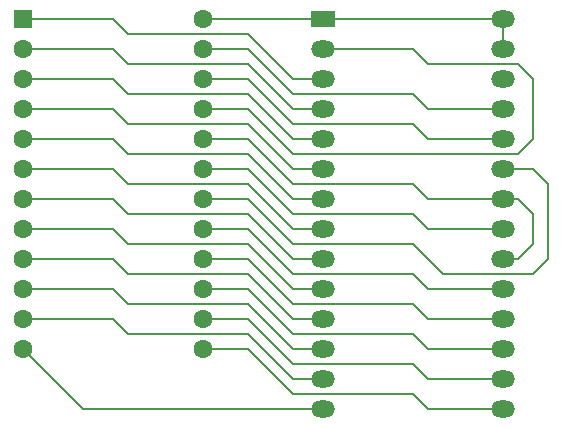
<source format=gbl>
%TF.GenerationSoftware,KiCad,Pcbnew,9.0.2+1*%
%TF.CreationDate,2025-07-21T21:44:21+09:00*%
%TF.ProjectId,romext-2364,726f6d65-7874-42d3-9233-36342e6b6963,1-2*%
%TF.SameCoordinates,Original*%
%TF.FileFunction,Copper,L2,Bot*%
%TF.FilePolarity,Positive*%
%FSLAX46Y46*%
G04 Gerber Fmt 4.6, Leading zero omitted, Abs format (unit mm)*
G04 Created by KiCad (PCBNEW 9.0.2+1) date 2025-07-21 21:44:21*
%MOMM*%
%LPD*%
G01*
G04 APERTURE LIST*
G04 Aperture macros list*
%AMRoundRect*
0 Rectangle with rounded corners*
0 $1 Rounding radius*
0 $2 $3 $4 $5 $6 $7 $8 $9 X,Y pos of 4 corners*
0 Add a 4 corners polygon primitive as box body*
4,1,4,$2,$3,$4,$5,$6,$7,$8,$9,$2,$3,0*
0 Add four circle primitives for the rounded corners*
1,1,$1+$1,$2,$3*
1,1,$1+$1,$4,$5*
1,1,$1+$1,$6,$7*
1,1,$1+$1,$8,$9*
0 Add four rect primitives between the rounded corners*
20,1,$1+$1,$2,$3,$4,$5,0*
20,1,$1+$1,$4,$5,$6,$7,0*
20,1,$1+$1,$6,$7,$8,$9,0*
20,1,$1+$1,$8,$9,$2,$3,0*%
G04 Aperture macros list end*
%TA.AperFunction,ComponentPad*%
%ADD10RoundRect,0.250000X-0.550000X-0.550000X0.550000X-0.550000X0.550000X0.550000X-0.550000X0.550000X0*%
%TD*%
%TA.AperFunction,ComponentPad*%
%ADD11C,1.600000*%
%TD*%
%TA.AperFunction,ComponentPad*%
%ADD12R,2.000000X1.440000*%
%TD*%
%TA.AperFunction,ComponentPad*%
%ADD13O,2.000000X1.440000*%
%TD*%
%TA.AperFunction,Conductor*%
%ADD14C,0.200000*%
%TD*%
G04 APERTURE END LIST*
D10*
%TO.P,J1,1,A7*%
%TO.N,/A7*%
X101600000Y-50800000D03*
D11*
%TO.P,J1,2,A6*%
%TO.N,/A6*%
X101600000Y-53340000D03*
%TO.P,J1,3,A5*%
%TO.N,/A5*%
X101600000Y-55880000D03*
%TO.P,J1,4,A4*%
%TO.N,/A4*%
X101600000Y-58420000D03*
%TO.P,J1,5,A3*%
%TO.N,/A3*%
X101600000Y-60960000D03*
%TO.P,J1,6,A2*%
%TO.N,/A2*%
X101600000Y-63500000D03*
%TO.P,J1,7,A1*%
%TO.N,/A1*%
X101600000Y-66040000D03*
%TO.P,J1,8,A0*%
%TO.N,/A0*%
X101600000Y-68580000D03*
%TO.P,J1,9,D0*%
%TO.N,/D0*%
X101600000Y-71120000D03*
%TO.P,J1,10,D1*%
%TO.N,/D1*%
X101600000Y-73660000D03*
%TO.P,J1,11,D2*%
%TO.N,/D2*%
X101600000Y-76200000D03*
%TO.P,J1,12,GND*%
%TO.N,GND*%
X101600000Y-78740000D03*
%TO.P,J1,13,D3*%
%TO.N,/D3*%
X116840000Y-78740000D03*
%TO.P,J1,14,D4*%
%TO.N,/D4*%
X116840000Y-76200000D03*
%TO.P,J1,15,D5*%
%TO.N,/D5*%
X116840000Y-73660000D03*
%TO.P,J1,16,D6*%
%TO.N,/D6*%
X116840000Y-71120000D03*
%TO.P,J1,17,D7*%
%TO.N,/D7*%
X116840000Y-68580000D03*
%TO.P,J1,18,A11*%
%TO.N,/A11*%
X116840000Y-66040000D03*
%TO.P,J1,19,A10*%
%TO.N,/A10*%
X116840000Y-63500000D03*
%TO.P,J1,20,~{CS}*%
%TO.N,Net-(J1-~{CS})*%
X116840000Y-60960000D03*
%TO.P,J1,21,A12*%
%TO.N,/A12*%
X116840000Y-58420000D03*
%TO.P,J1,22,A9*%
%TO.N,/A9*%
X116840000Y-55880000D03*
%TO.P,J1,23,A8*%
%TO.N,/A8*%
X116840000Y-53340000D03*
%TO.P,J1,24,Vcc*%
%TO.N,VCC*%
X116840000Y-50800000D03*
%TD*%
D12*
%TO.P,U1,1,VPP*%
%TO.N,VCC*%
X127000000Y-50800000D03*
D13*
%TO.P,U1,2,A12*%
%TO.N,/A12*%
X127000000Y-53340000D03*
%TO.P,U1,3,A7*%
%TO.N,/A7*%
X127000000Y-55880000D03*
%TO.P,U1,4,A6*%
%TO.N,/A6*%
X127000000Y-58420000D03*
%TO.P,U1,5,A5*%
%TO.N,/A5*%
X127000000Y-60960000D03*
%TO.P,U1,6,A4*%
%TO.N,/A4*%
X127000000Y-63500000D03*
%TO.P,U1,7,A3*%
%TO.N,/A3*%
X127000000Y-66040000D03*
%TO.P,U1,8,A2*%
%TO.N,/A2*%
X127000000Y-68580000D03*
%TO.P,U1,9,A1*%
%TO.N,/A1*%
X127000000Y-71120000D03*
%TO.P,U1,10,A0*%
%TO.N,/A0*%
X127000000Y-73660000D03*
%TO.P,U1,11,D0*%
%TO.N,/D0*%
X127000000Y-76200000D03*
%TO.P,U1,12,D1*%
%TO.N,/D1*%
X127000000Y-78740000D03*
%TO.P,U1,13,D2*%
%TO.N,/D2*%
X127000000Y-81280000D03*
%TO.P,U1,14,GND*%
%TO.N,GND*%
X127000000Y-83820000D03*
%TO.P,U1,15,D3*%
%TO.N,/D3*%
X142240000Y-83820000D03*
%TO.P,U1,16,D4*%
%TO.N,/D4*%
X142240000Y-81280000D03*
%TO.P,U1,17,D5*%
%TO.N,/D5*%
X142240000Y-78740000D03*
%TO.P,U1,18,D6*%
%TO.N,/D6*%
X142240000Y-76200000D03*
%TO.P,U1,19,D7*%
%TO.N,/D7*%
X142240000Y-73660000D03*
%TO.P,U1,20,~{CE}*%
%TO.N,Net-(J1-~{CS})*%
X142240000Y-71120000D03*
%TO.P,U1,21,A10*%
%TO.N,/A10*%
X142240000Y-68580000D03*
%TO.P,U1,22,~{OE}*%
%TO.N,Net-(J1-~{CS})*%
X142240000Y-66040000D03*
%TO.P,U1,23,A11*%
%TO.N,/A11*%
X142240000Y-63500000D03*
%TO.P,U1,24,A9*%
%TO.N,/A9*%
X142240000Y-60960000D03*
%TO.P,U1,25,A8*%
%TO.N,/A8*%
X142240000Y-58420000D03*
%TO.P,U1,26,NC*%
%TO.N,unconnected-(U1-NC-Pad26)*%
X142240000Y-55880000D03*
%TO.P,U1,27,~{PGM}*%
%TO.N,VCC*%
X142240000Y-53340000D03*
%TO.P,U1,28,VCC*%
X142240000Y-50800000D03*
%TD*%
D14*
%TO.N,/D1*%
X124460000Y-78740000D02*
X127000000Y-78740000D01*
X120650000Y-74930000D02*
X124460000Y-78740000D01*
X110490000Y-74930000D02*
X120650000Y-74930000D01*
X109220000Y-73660000D02*
X110490000Y-74930000D01*
X101600000Y-73660000D02*
X109220000Y-73660000D01*
%TO.N,/D3*%
X120650000Y-78740000D02*
X124460000Y-82550000D01*
X116840000Y-78740000D02*
X120650000Y-78740000D01*
X134620000Y-82550000D02*
X135890000Y-83820000D01*
X135890000Y-83820000D02*
X142240000Y-83820000D01*
X124460000Y-82550000D02*
X134620000Y-82550000D01*
%TO.N,/D0*%
X124460000Y-76200000D02*
X127000000Y-76200000D01*
X101600000Y-71120000D02*
X109220000Y-71120000D01*
X109220000Y-71120000D02*
X110490000Y-72390000D01*
X120650000Y-72390000D02*
X124460000Y-76200000D01*
X110490000Y-72390000D02*
X120650000Y-72390000D01*
%TO.N,/A1*%
X101600000Y-66040000D02*
X109220000Y-66040000D01*
X124460000Y-71120000D02*
X127000000Y-71120000D01*
X120650000Y-67310000D02*
X124460000Y-71120000D01*
X110490000Y-67310000D02*
X120650000Y-67310000D01*
X109220000Y-66040000D02*
X110490000Y-67310000D01*
%TO.N,/A8*%
X135890000Y-58420000D02*
X142240000Y-58420000D01*
X116840000Y-53340000D02*
X120650000Y-53340000D01*
X124460000Y-57150000D02*
X134620000Y-57150000D01*
X120650000Y-53340000D02*
X124460000Y-57150000D01*
X134620000Y-57150000D02*
X135890000Y-58420000D01*
%TO.N,/A12*%
X116840000Y-58420000D02*
X120650000Y-58420000D01*
X143510000Y-62230000D02*
X144780000Y-60960000D01*
X144780000Y-60960000D02*
X144780000Y-55880000D01*
X144780000Y-55880000D02*
X143510000Y-54610000D01*
X124460000Y-62230000D02*
X143510000Y-62230000D01*
X134620000Y-53340000D02*
X127000000Y-53340000D01*
X143510000Y-54610000D02*
X135890000Y-54610000D01*
X135890000Y-54610000D02*
X134620000Y-53340000D01*
X120650000Y-58420000D02*
X124460000Y-62230000D01*
%TO.N,/D2*%
X124460000Y-81280000D02*
X127000000Y-81280000D01*
X120650000Y-77470000D02*
X124460000Y-81280000D01*
X101600000Y-76200000D02*
X109220000Y-76200000D01*
X110490000Y-77470000D02*
X120650000Y-77470000D01*
X109220000Y-76200000D02*
X110490000Y-77470000D01*
%TO.N,/A7*%
X109220000Y-50800000D02*
X110490000Y-52070000D01*
X110490000Y-52070000D02*
X120650000Y-52070000D01*
X124460000Y-55880000D02*
X127000000Y-55880000D01*
X101600000Y-50800000D02*
X109220000Y-50800000D01*
X120650000Y-52070000D02*
X124460000Y-55880000D01*
%TO.N,GND*%
X101600000Y-78740000D02*
X106680000Y-83820000D01*
X106680000Y-83820000D02*
X127000000Y-83820000D01*
%TO.N,/A2*%
X109220000Y-63500000D02*
X110490000Y-64770000D01*
X124460000Y-68580000D02*
X127000000Y-68580000D01*
X101600000Y-63500000D02*
X109220000Y-63500000D01*
X120650000Y-64770000D02*
X124460000Y-68580000D01*
X110490000Y-64770000D02*
X120650000Y-64770000D01*
%TO.N,/A5*%
X120650000Y-57150000D02*
X124460000Y-60960000D01*
X109220000Y-55880000D02*
X110490000Y-57150000D01*
X110490000Y-57150000D02*
X120650000Y-57150000D01*
X101600000Y-55880000D02*
X109220000Y-55880000D01*
X124460000Y-60960000D02*
X127000000Y-60960000D01*
%TO.N,/A3*%
X101600000Y-60960000D02*
X109220000Y-60960000D01*
X109220000Y-60960000D02*
X110490000Y-62230000D01*
X110490000Y-62230000D02*
X120650000Y-62230000D01*
X124460000Y-66040000D02*
X127000000Y-66040000D01*
X120650000Y-62230000D02*
X124460000Y-66040000D01*
%TO.N,/D7*%
X135890000Y-73660000D02*
X142240000Y-73660000D01*
X124460000Y-72390000D02*
X134620000Y-72390000D01*
X116840000Y-68580000D02*
X120650000Y-68580000D01*
X120650000Y-68580000D02*
X124460000Y-72390000D01*
X134620000Y-72390000D02*
X135890000Y-73660000D01*
%TO.N,/A4*%
X109220000Y-58420000D02*
X110490000Y-59690000D01*
X110490000Y-59690000D02*
X120650000Y-59690000D01*
X124460000Y-63500000D02*
X127000000Y-63500000D01*
X120650000Y-59690000D02*
X124460000Y-63500000D01*
X101600000Y-58420000D02*
X109220000Y-58420000D01*
%TO.N,/A11*%
X146050000Y-64770000D02*
X144780000Y-63500000D01*
X124460000Y-69850000D02*
X134620000Y-69850000D01*
X120650000Y-66040000D02*
X124460000Y-69850000D01*
X144780000Y-72390000D02*
X146050000Y-71120000D01*
X146050000Y-71120000D02*
X146050000Y-64770000D01*
X134620000Y-69850000D02*
X137160000Y-72390000D01*
X116840000Y-66040000D02*
X120650000Y-66040000D01*
X137160000Y-72390000D02*
X144780000Y-72390000D01*
X144780000Y-63500000D02*
X142240000Y-63500000D01*
%TO.N,/D6*%
X116840000Y-71120000D02*
X120650000Y-71120000D01*
X124460000Y-74930000D02*
X134620000Y-74930000D01*
X134620000Y-74930000D02*
X135890000Y-76200000D01*
X120650000Y-71120000D02*
X124460000Y-74930000D01*
X135890000Y-76200000D02*
X142240000Y-76200000D01*
%TO.N,Net-(J1-~{CS})*%
X143510000Y-71120000D02*
X142240000Y-71120000D01*
X144780000Y-67310000D02*
X144780000Y-69850000D01*
X116840000Y-60960000D02*
X120650000Y-60960000D01*
X142240000Y-66040000D02*
X143510000Y-66040000D01*
X143510000Y-66040000D02*
X144780000Y-67310000D01*
X144780000Y-69850000D02*
X143510000Y-71120000D01*
X120650000Y-60960000D02*
X124460000Y-64770000D01*
X124460000Y-64770000D02*
X134620000Y-64770000D01*
X134620000Y-64770000D02*
X135890000Y-66040000D01*
X135890000Y-66040000D02*
X142240000Y-66040000D01*
%TO.N,/D5*%
X124460000Y-77470000D02*
X134620000Y-77470000D01*
X134620000Y-77470000D02*
X135890000Y-78740000D01*
X116840000Y-73660000D02*
X120650000Y-73660000D01*
X135890000Y-78740000D02*
X142240000Y-78740000D01*
X120650000Y-73660000D02*
X124460000Y-77470000D01*
%TO.N,/A6*%
X120650000Y-54610000D02*
X124460000Y-58420000D01*
X101600000Y-53340000D02*
X109220000Y-53340000D01*
X110490000Y-54610000D02*
X120650000Y-54610000D01*
X124460000Y-58420000D02*
X127000000Y-58420000D01*
X109220000Y-53340000D02*
X110490000Y-54610000D01*
%TO.N,/A10*%
X134620000Y-67310000D02*
X135890000Y-68580000D01*
X135890000Y-68580000D02*
X142240000Y-68580000D01*
X124460000Y-67310000D02*
X134620000Y-67310000D01*
X120650000Y-63500000D02*
X124460000Y-67310000D01*
X116840000Y-63500000D02*
X120650000Y-63500000D01*
%TO.N,/A9*%
X134620000Y-59690000D02*
X135890000Y-60960000D01*
X120650000Y-55880000D02*
X124460000Y-59690000D01*
X135890000Y-60960000D02*
X142240000Y-60960000D01*
X124460000Y-59690000D02*
X134620000Y-59690000D01*
X116840000Y-55880000D02*
X120650000Y-55880000D01*
%TO.N,/A0*%
X120650000Y-69850000D02*
X124460000Y-73660000D01*
X109220000Y-68580000D02*
X110490000Y-69850000D01*
X110490000Y-69850000D02*
X120650000Y-69850000D01*
X101600000Y-68580000D02*
X109220000Y-68580000D01*
X124460000Y-73660000D02*
X127000000Y-73660000D01*
%TO.N,/D4*%
X120650000Y-76200000D02*
X124460000Y-80010000D01*
X124460000Y-80010000D02*
X134620000Y-80010000D01*
X116840000Y-76200000D02*
X120650000Y-76200000D01*
X134620000Y-80010000D02*
X135890000Y-81280000D01*
X135890000Y-81280000D02*
X142240000Y-81280000D01*
%TO.N,VCC*%
X142240000Y-50800000D02*
X142240000Y-53340000D01*
X116840000Y-50800000D02*
X127000000Y-50800000D01*
X127000000Y-50800000D02*
X142240000Y-50800000D01*
%TD*%
M02*

</source>
